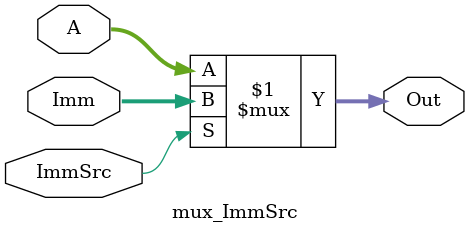
<source format=sv>
module mux_ImmSrc (input logic [15:0] A, Imm,
						input logic ImmSrc,
						output logic [15:0] Out);
					
		assign Out = ( ImmSrc ) ? Imm : A;

endmodule  
</source>
